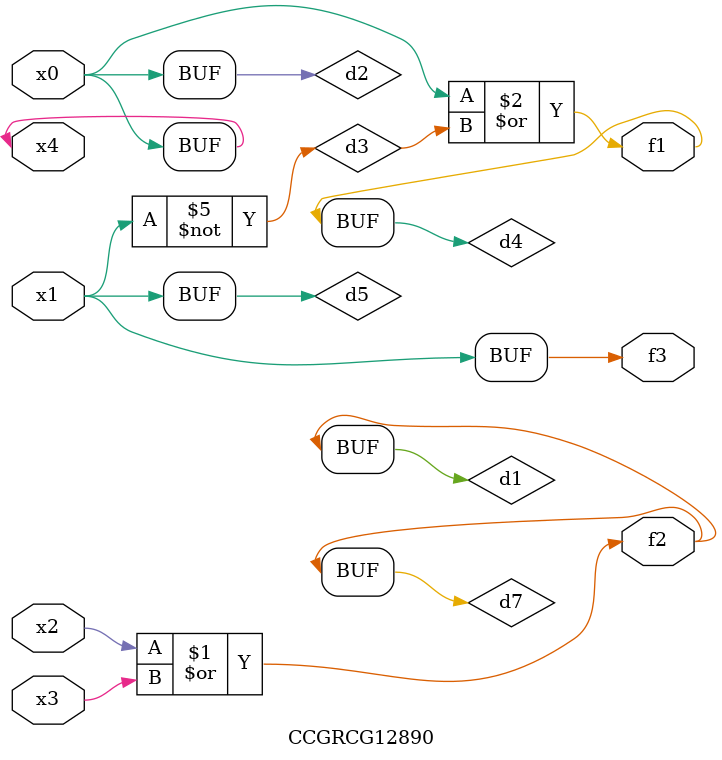
<source format=v>
module CCGRCG12890(
	input x0, x1, x2, x3, x4,
	output f1, f2, f3
);

	wire d1, d2, d3, d4, d5, d6, d7;

	or (d1, x2, x3);
	buf (d2, x0, x4);
	not (d3, x1);
	or (d4, d2, d3);
	not (d5, d3);
	nand (d6, d1, d3);
	or (d7, d1);
	assign f1 = d4;
	assign f2 = d7;
	assign f3 = d5;
endmodule

</source>
